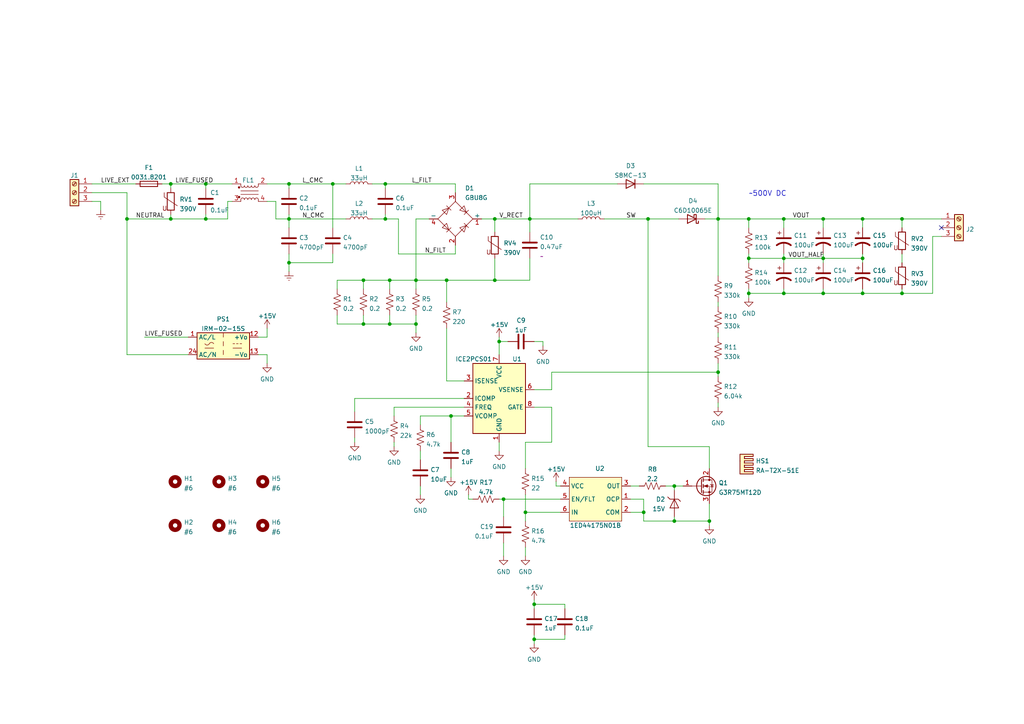
<source format=kicad_sch>
(kicad_sch (version 20211123) (generator eeschema)
  (paper "A4")
  (lib_symbols
    (symbol "Connector:Screw_Terminal_01x03" (pin_names (offset 1.016) hide)
      (property "Reference" "J" (at 0 5.08 0))
      (property "Value" "Screw_Terminal_01x03" (at 0 -5.08 0))
      (symbol "Screw_Terminal_01x03_1_1"
        (rectangle (start -1.27 3.81) (end 1.27 -3.81) (stroke (width 0.254)) (fill (type background)))
        (circle (center 0 -2.54) (radius 0.635) (stroke (width 0.1524)))
        (polyline (pts (xy -0.5334 -2.2098) (xy 0.3302 -3.048)) (stroke (width 0.1524)))
        (polyline (pts (xy -0.5334 0.3302) (xy 0.3302 -0.508)) (stroke (width 0.1524)))
        (polyline (pts (xy -0.5334 2.8702) (xy 0.3302 2.032)) (stroke (width 0.1524)))
        (polyline (pts (xy -0.3556 -2.032) (xy 0.508 -2.8702)) (stroke (width 0.1524)))
        (polyline (pts (xy -0.3556 0.508) (xy 0.508 -0.3302)) (stroke (width 0.1524)))
        (polyline (pts (xy -0.3556 3.048) (xy 0.508 2.2098)) (stroke (width 0.1524)))
        (circle (center 0 0) (radius 0.635) (stroke (width 0.1524)))
        (circle (center 0 2.54) (radius 0.635) (stroke (width 0.1524)))
        (pin passive line (at -5.08 2.54 0) (length 3.81) (name "Pin_1") (number "1"))
        (pin passive line (at -5.08 0 0) (length 3.81) (name "Pin_2") (number "2"))
        (pin passive line (at -5.08 -2.54 0) (length 3.81) (name "Pin_3") (number "3"))
      )
    )
    (symbol "Converter_ACDC:IRM-02-15S"
      (property "Reference" "PS" (at 0 5.08 0))
      (property "Value" "IRM-02-15S" (at 0 -5.08 0))
      (symbol "IRM-02-15S_1_1"
        (rectangle (start -7.62 3.81) (end 7.62 -3.81) (stroke (width 0.254)) (fill (type background)))
        (arc (start -5.334 0.635) (mid -4.699 0.2495) (end -4.064 0.635))
        (arc (start -2.794 0.635) (mid -3.429 1.0072) (end -4.064 0.635))
        (polyline (pts (xy -5.334 -0.635) (xy -2.794 -0.635)))
        (polyline (pts (xy 0 -1.27) (xy 0 -2.54)))
        (polyline (pts (xy 0 1.27) (xy 0 0)))
        (polyline (pts (xy 0 3.81) (xy 0 2.54)))
        (polyline (pts (xy 2.794 -0.635) (xy 5.334 -0.635)))
        (polyline (pts (xy 2.794 0.635) (xy 3.302 0.635)))
        (polyline (pts (xy 3.81 0.635) (xy 4.318 0.635)))
        (polyline (pts (xy 4.826 0.635) (xy 5.334 0.635)))
        (pin power_in line (at -10.16 2.54 0) (length 2.54) (name "AC/L") (number "1"))
        (pin power_out line (at 10.16 2.54 180) (length 2.54) (name "+Vo") (number "12"))
        (pin power_out line (at 10.16 -2.54 180) (length 2.54) (name "-Vo") (number "13"))
        (pin power_in line (at -10.16 -2.54 0) (length 2.54) (name "AC/N") (number "24"))
      )
    )
    (symbol "Device:C" (pin_numbers hide) (pin_names (offset 0.254))
      (property "Reference" "C" (at 0.635 2.54 0))
      (property "Value" "C" (at 0.635 -2.54 0))
      (symbol "C_0_1"
        (polyline (pts (xy -2.032 -0.762) (xy 2.032 -0.762)) (stroke (width 0.508)))
        (polyline (pts (xy -2.032 0.762) (xy 2.032 0.762)) (stroke (width 0.508)))
      )
      (symbol "C_1_1"
        (pin passive line (at 0 3.81 270) (length 2.794) (name "~") (number "1"))
        (pin passive line (at 0 -3.81 90) (length 2.794) (name "~") (number "2"))
      )
    )
    (symbol "Device:C_Polarized_US" (pin_numbers hide) (pin_names (offset 0.254) hide)
      (property "Reference" "C" (at 0.635 2.54 0))
      (property "Value" "C_Polarized_US" (at 0.635 -2.54 0))
      (symbol "C_Polarized_US_0_1"
        (polyline (pts (xy -2.032 0.762) (xy 2.032 0.762)) (stroke (width 0.508)))
        (polyline (pts (xy -1.778 2.286) (xy -0.762 2.286)))
        (polyline (pts (xy -1.27 1.778) (xy -1.27 2.794)))
        (arc (start 2.032 -1.27) (mid 0 -0.5572) (end -2.032 -1.27) (stroke (width 0.508)))
      )
      (symbol "C_Polarized_US_1_1"
        (pin passive line (at 0 3.81 270) (length 2.794) (name "~") (number "1"))
        (pin passive line (at 0 -3.81 90) (length 3.302) (name "~") (number "2"))
      )
    )
    (symbol "Device:D" (pin_numbers hide) (pin_names (offset 1.016) hide)
      (property "Reference" "D" (at 0 2.54 0))
      (property "Value" "D" (at 0 -2.54 0))
      (symbol "D_0_1"
        (polyline (pts (xy -1.27 1.27) (xy -1.27 -1.27)) (stroke (width 0.254)))
        (polyline (pts (xy 1.27 0) (xy -1.27 0)))
        (polyline (pts (xy 1.27 1.27) (xy 1.27 -1.27) (xy -1.27 0) (xy 1.27 1.27)) (stroke (width 0.254)))
      )
      (symbol "D_1_1"
        (pin passive line (at -3.81 0 0) (length 2.54) (name "K") (number "1"))
        (pin passive line (at 3.81 0 180) (length 2.54) (name "A") (number "2"))
      )
    )
    (symbol "Device:Filter_EMI_CommonMode" (pin_names (offset 0.254) hide)
      (property "Reference" "FL" (at 0 4.445 0))
      (property "Value" "Filter_EMI_CommonMode" (at 0 -4.445 0))
      (symbol "Filter_EMI_CommonMode_0_1"
        (circle (center -3.048 -1.27) (radius 0.254) (fill (type outline)))
        (circle (center -3.048 1.524) (radius 0.254) (fill (type outline)))
        (arc (start -2.54 2.032) (mid -2.032 1.524) (end -1.524 2.032))
        (arc (start -1.524 -2.032) (mid -2.032 -1.524) (end -2.54 -2.032))
        (arc (start -1.524 2.032) (mid -1.016 1.524) (end -0.508 2.032))
        (arc (start -0.508 -2.032) (mid -1.016 -1.524) (end -1.524 -2.032))
        (arc (start -0.508 2.032) (mid 0 1.524) (end 0.508 2.032))
        (polyline (pts (xy -2.54 -2.032) (xy -2.54 -2.54)))
        (polyline (pts (xy -2.54 0.508) (xy 2.54 0.508)))
        (polyline (pts (xy -2.54 2.032) (xy -2.54 2.54)))
        (polyline (pts (xy 2.54 -2.032) (xy 2.54 -2.54)))
        (polyline (pts (xy 2.54 -0.508) (xy -2.54 -0.508)))
        (polyline (pts (xy 2.54 2.54) (xy 2.54 2.032)))
        (arc (start 0.508 -2.032) (mid 0 -1.524) (end -0.508 -2.032))
        (arc (start 0.508 2.032) (mid 1.016 1.524) (end 1.524 2.032))
        (arc (start 1.524 -2.032) (mid 1.016 -1.524) (end 0.508 -2.032))
        (arc (start 1.524 2.032) (mid 2.032 1.524) (end 2.54 2.032))
        (arc (start 2.54 -2.032) (mid 2.032 -1.524) (end 1.524 -2.032))
      )
      (symbol "Filter_EMI_CommonMode_1_1"
        (pin passive line (at -5.08 2.54 0) (length 2.54) (name "1") (number "1"))
        (pin passive line (at 5.08 2.54 180) (length 2.54) (name "2") (number "2"))
        (pin passive line (at -5.08 -2.54 0) (length 2.54) (name "3") (number "3"))
        (pin passive line (at 5.08 -2.54 180) (length 2.54) (name "4") (number "4"))
      )
    )
    (symbol "Device:Fuse" (pin_numbers hide) (pin_names (offset 0))
      (property "Reference" "F" (at 2.032 0 90))
      (property "Value" "Fuse" (at -1.905 0 90))
      (symbol "Fuse_0_1"
        (rectangle (start -0.762 -2.54) (end 0.762 2.54) (stroke (width 0.254)))
        (polyline (pts (xy 0 2.54) (xy 0 -2.54)))
      )
      (symbol "Fuse_1_1"
        (pin passive line (at 0 3.81 270) (length 1.27) (name "~") (number "1"))
        (pin passive line (at 0 -3.81 90) (length 1.27) (name "~") (number "2"))
      )
    )
    (symbol "Device:L" (pin_numbers hide) (pin_names (offset 1.016) hide)
      (property "Reference" "L" (at -1.27 0 90))
      (property "Value" "L" (at 1.905 0 90))
      (symbol "L_0_1"
        (arc (start 0 -2.54) (mid 0.635 -1.905) (end 0 -1.27))
        (arc (start 0 -1.27) (mid 0.635 -0.635) (end 0 0))
        (arc (start 0 0) (mid 0.635 0.635) (end 0 1.27))
        (arc (start 0 1.27) (mid 0.635 1.905) (end 0 2.54))
      )
      (symbol "L_1_1"
        (pin passive line (at 0 3.81 270) (length 1.27) (name "1") (number "1"))
        (pin passive line (at 0 -3.81 90) (length 1.27) (name "2") (number "2"))
      )
    )
    (symbol "Device:Q_NMOS_GDS" (pin_names (offset 0) hide)
      (property "Reference" "Q" (at 5.08 1.27 0))
      (property "Value" "Q_NMOS_GDS" (at 5.08 -1.27 0))
      (symbol "Q_NMOS_GDS_0_1"
        (polyline (pts (xy 0.254 0) (xy -2.54 0)))
        (polyline (pts (xy 0.254 1.905) (xy 0.254 -1.905)) (stroke (width 0.254)))
        (polyline (pts (xy 0.762 -1.27) (xy 0.762 -2.286)) (stroke (width 0.254)))
        (polyline (pts (xy 0.762 0.508) (xy 0.762 -0.508)) (stroke (width 0.254)))
        (polyline (pts (xy 0.762 2.286) (xy 0.762 1.27)) (stroke (width 0.254)))
        (polyline (pts (xy 2.54 2.54) (xy 2.54 1.778)))
        (polyline (pts (xy 2.54 -2.54) (xy 2.54 0) (xy 0.762 0)))
        (polyline (pts (xy 0.762 -1.778) (xy 3.302 -1.778) (xy 3.302 1.778) (xy 0.762 1.778)))
        (polyline (pts (xy 1.016 0) (xy 2.032 0.381) (xy 2.032 -0.381) (xy 1.016 0)) (fill (type outline)))
        (polyline (pts (xy 2.794 0.508) (xy 2.921 0.381) (xy 3.683 0.381) (xy 3.81 0.254)))
        (polyline (pts (xy 3.302 0.381) (xy 2.921 -0.254) (xy 3.683 -0.254) (xy 3.302 0.381)))
        (circle (center 1.651 0) (radius 2.794) (stroke (width 0.254)))
        (circle (center 2.54 -1.778) (radius 0.254) (fill (type outline)))
        (circle (center 2.54 1.778) (radius 0.254) (fill (type outline)))
      )
      (symbol "Q_NMOS_GDS_1_1"
        (pin input line (at -5.08 0 0) (length 2.54) (name "G") (number "1"))
        (pin passive line (at 2.54 5.08 270) (length 2.54) (name "D") (number "2"))
        (pin passive line (at 2.54 -5.08 90) (length 2.54) (name "S") (number "3"))
      )
    )
    (symbol "Device:R_US" (pin_numbers hide) (pin_names (offset 0))
      (property "Reference" "R" (at 2.54 0 90))
      (property "Value" "R_US" (at -2.54 0 90))
      (symbol "R_US_0_1"
        (polyline (pts (xy 0 -2.286) (xy 0 -2.54)))
        (polyline (pts (xy 0 2.286) (xy 0 2.54)))
        (polyline (pts (xy 0 -0.762) (xy 1.016 -1.143) (xy 0 -1.524) (xy -1.016 -1.905) (xy 0 -2.286)))
        (polyline (pts (xy 0 0.762) (xy 1.016 0.381) (xy 0 0) (xy -1.016 -0.381) (xy 0 -0.762)))
        (polyline (pts (xy 0 2.286) (xy 1.016 1.905) (xy 0 1.524) (xy -1.016 1.143) (xy 0 0.762)))
      )
      (symbol "R_US_1_1"
        (pin passive line (at 0 3.81 270) (length 1.27) (name "~") (number "1"))
        (pin passive line (at 0 -3.81 90) (length 1.27) (name "~") (number "2"))
      )
    )
    (symbol "Device:Varistor" (pin_numbers hide) (pin_names (offset 0))
      (property "Reference" "RV" (at 3.175 0 90))
      (property "Value" "Varistor" (at -3.175 0 90))
      (symbol "Varistor_0_0"
        (text "U" (at -1.778 -2.032 0) (effects (font (size 1.27 1.27))))
      )
      (symbol "Varistor_0_1"
        (rectangle (start -1.016 -2.54) (end 1.016 2.54) (stroke (width 0.254)))
        (polyline (pts (xy -1.905 2.54) (xy -1.905 1.27) (xy 1.905 -1.27)))
      )
      (symbol "Varistor_1_1"
        (pin passive line (at 0 3.81 270) (length 1.27) (name "~") (number "1"))
        (pin passive line (at 0 -3.81 90) (length 1.27) (name "~") (number "2"))
      )
    )
    (symbol "Diode:C3D08065E" (pin_numbers hide) (pin_names (offset 1.016) hide)
      (property "Reference" "D" (at 0 2.54 0))
      (property "Value" "C3D08065E" (at 0 -2.54 0))
      (symbol "C3D08065E_0_1"
        (polyline (pts (xy 1.27 0) (xy -1.27 0)))
        (polyline (pts (xy 1.27 1.27) (xy 1.27 -1.27) (xy -1.27 0) (xy 1.27 1.27)) (stroke (width 0.254)))
        (polyline (pts (xy -1.905 0.635) (xy -1.905 1.27) (xy -1.27 1.27) (xy -1.27 -1.27) (xy -0.635 -1.27) (xy -0.635 -0.635)) (stroke (width 0.254)))
      )
      (symbol "C3D08065E_1_1"
        (pin passive line (at -3.81 0 0) (length 2.54) (name "K") (number "1"))
        (pin passive line (at 3.81 0 180) (length 2.54) (name "A") (number "2"))
      )
    )
    (symbol "Diode_Bridge:GBU8G" (pin_names (offset 0))
      (property "Reference" "D" (at 2.54 6.985 0))
      (property "Value" "GBU8G" (at 2.54 5.08 0))
      (symbol "GBU8G_0_1"
        (polyline (pts (xy -2.54 3.81) (xy -1.27 2.54)))
        (polyline (pts (xy -1.27 -2.54) (xy -2.54 -3.81)))
        (polyline (pts (xy 2.54 -1.27) (xy 3.81 -2.54)))
        (polyline (pts (xy 2.54 1.27) (xy 3.81 2.54)))
        (polyline (pts (xy -3.81 2.54) (xy -2.54 1.27) (xy -1.905 3.175) (xy -3.81 2.54)))
        (polyline (pts (xy -2.54 -1.27) (xy -3.81 -2.54) (xy -1.905 -3.175) (xy -2.54 -1.27)))
        (polyline (pts (xy 1.27 2.54) (xy 2.54 3.81) (xy 3.175 1.905) (xy 1.27 2.54)))
        (polyline (pts (xy 3.175 -1.905) (xy 1.27 -2.54) (xy 2.54 -3.81) (xy 3.175 -1.905)))
        (polyline (pts (xy -5.08 0) (xy 0 -5.08) (xy 5.08 0) (xy 0 5.08) (xy -5.08 0)))
      )
      (symbol "GBU8G_1_1"
        (pin passive line (at 7.62 0 180) (length 2.54) (name "+") (number "1"))
        (pin passive line (at 0 -7.62 90) (length 2.54) (name "~") (number "2"))
        (pin passive line (at 0 7.62 270) (length 2.54) (name "~") (number "3"))
        (pin passive line (at -7.62 0 0) (length 2.54) (name "-") (number "4"))
      )
    )
    (symbol "Infineon:1ED44175N01B"
      (property "Reference" "U" (at 3.81 2.54 0))
      (property "Value" "1ED44175N01B" (at 0 -13.97 0))
      (property "MFG_PN" "1ED44175N01BXTSA1" (at 0 0 0))
      (symbol "1ED44175N01B_0_1"
        (rectangle (start -7.62 0) (end 7.62 -12.7) (stroke (width 0.1524)) (fill (type background)))
      )
      (symbol "1ED44175N01B_1_1"
        (pin input line (at 10.16 -6.35 180) (length 2.54) (name "OCP") (number "1"))
        (pin power_in line (at 10.16 -10.16 180) (length 2.54) (name "COM") (number "2"))
        (pin output line (at 10.16 -2.54 180) (length 2.54) (name "OUT") (number "3"))
        (pin power_in line (at -10.16 -2.54 0) (length 2.54) (name "VCC") (number "4"))
        (pin input line (at -10.16 -6.35 0) (length 2.54) (name "EN/FLT") (number "5"))
        (pin input line (at -10.16 -10.16 0) (length 2.54) (name "IN") (number "6"))
      )
    )
    (symbol "Mechanical:Heatsink" (pin_names (offset 1.016))
      (property "Reference" "HS" (at 0 5.08 0))
      (property "Value" "Heatsink" (at 0 -1.27 0))
      (symbol "Heatsink_0_1"
        (polyline (pts (xy -0.3302 1.27) (xy -0.9652 1.27) (xy -0.9652 3.81) (xy -1.6002 3.81) (xy -1.6002 1.27) (xy -2.2352 1.27) (xy -2.2352 3.81) (xy -2.8702 3.81) (xy -2.8702 0) (xy -0.9652 0)) (stroke (width 0.254)) (fill (type background)))
        (polyline (pts (xy -0.3302 1.27) (xy -0.3302 3.81) (xy 0.3048 3.81) (xy 0.3048 1.27) (xy 0.9398 1.27) (xy 0.9398 3.81) (xy 1.5748 3.81) (xy 1.5748 1.27) (xy 2.2098 1.27) (xy 2.2098 3.81) (xy 2.8448 3.81) (xy 2.8448 0) (xy -0.9652 0)) (stroke (width 0.254)) (fill (type background)))
      )
    )
    (symbol "Mechanical:MountingHole" (pin_names (offset 1.016))
      (property "Reference" "H" (at 0 5.08 0))
      (property "Value" "MountingHole" (at 0 3.175 0))
      (symbol "MountingHole_0_1"
        (circle (center 0 0) (radius 1.27) (stroke (width 1.27)))
      )
    )
    (symbol "Regulator_Controller:ICE2PCS01"
      (property "Reference" "U" (at -7.62 11.43 0))
      (property "Value" "ICE2PCS01" (at 1.27 11.43 0))
      (symbol "ICE2PCS01_0_0"
        (rectangle (start -7.62 10.16) (end 7.62 -10.16) (stroke (width 0.254)) (fill (type background)))
      )
      (symbol "ICE2PCS01_1_1"
        (pin power_in line (at 0 -12.7 90) (length 2.54) (name "GND") (number "1"))
        (pin passive line (at -10.16 0 0) (length 2.54) (name "ICOMP") (number "2"))
        (pin input line (at -10.16 5.08 0) (length 2.54) (name "ISENSE") (number "3"))
        (pin passive line (at -10.16 -2.54 0) (length 2.54) (name "FREQ") (number "4"))
        (pin passive line (at -10.16 -5.08 0) (length 2.54) (name "VCOMP") (number "5"))
        (pin input line (at 10.16 2.54 180) (length 2.54) (name "VSENSE") (number "6"))
        (pin power_in line (at 0 12.7 270) (length 2.54) (name "VCC") (number "7"))
        (pin output line (at 10.16 -2.54 180) (length 2.54) (name "GATE") (number "8"))
      )
    )
    (symbol "Repowered_Devices:D_Zener_Standard" (pin_numbers hide) (pin_names (offset 1.016) hide)
      (property "Reference" "D" (at 0 2.54 0))
      (property "Value" "D_Zener_Standard" (at 0 -2.54 0))
      (symbol "D_Zener_Standard_0_1"
        (polyline (pts (xy -1.905 -1.905) (xy -1.27 -1.27)) (stroke (width 0.2032)))
        (polyline (pts (xy 1.27 0) (xy -1.27 0)))
        (polyline (pts (xy -1.27 -1.27) (xy -1.27 1.143) (xy -0.635 1.778)) (stroke (width 0.2032)))
        (polyline (pts (xy 1.27 -1.27) (xy 1.27 1.27) (xy -1.27 0) (xy 1.27 -1.27)) (stroke (width 0.2032)))
      )
      (symbol "D_Zener_Standard_1_1"
        (pin passive line (at -3.81 0 0) (length 2.54) (name "K") (number "1"))
        (pin passive line (at 3.81 0 180) (length 2.54) (name "A") (number "2"))
      )
    )
    (symbol "power:+15V" (power) (pin_names (offset 0))
      (property "Value" "+15V" (at 0 3.556 0))
      (symbol "+15V_0_1"
        (polyline (pts (xy -0.762 1.27) (xy 0 2.54)))
        (polyline (pts (xy 0 0) (xy 0 2.54)))
        (polyline (pts (xy 0 2.54) (xy 0.762 1.27)))
      )
      (symbol "+15V_1_1"
        (pin power_in line (at 0 0 90) (length 0) hide (name "+15V") (number "1"))
      )
    )
    (symbol "power:Earth" (power) (pin_names (offset 0))
      (symbol "Earth_0_1"
        (polyline (pts (xy -0.635 -1.905) (xy 0.635 -1.905)))
        (polyline (pts (xy -0.127 -2.54) (xy 0.127 -2.54)))
        (polyline (pts (xy 0 -1.27) (xy 0 0)))
        (polyline (pts (xy 1.27 -1.27) (xy -1.27 -1.27)))
      )
      (symbol "Earth_1_1"
        (pin power_in line (at 0 0 270) (length 0) hide (name "Earth") (number "1"))
      )
    )
    (symbol "power:GND" (power) (pin_names (offset 0))
      (property "Value" "GND" (at 0 -3.81 0))
      (symbol "GND_0_1"
        (polyline (pts (xy 0 0) (xy 0 -1.27) (xy 1.27 -1.27) (xy 0 -2.54) (xy -1.27 -1.27) (xy 0 -1.27)))
      )
      (symbol "GND_1_1"
        (pin power_in line (at 0 0 270) (length 0) hide (name "GND") (number "1"))
      )
    )
  )
  (junction (at 83.82 63.5))
  (junction (at 208.28 63.5))
  (junction (at 105.41 93.98))
  (junction (at 261.62 63.5))
  (junction (at 227.33 74.93))
  (junction (at 83.82 76.2))
  (junction (at 36.83 63.5))
  (junction (at 49.53 63.5))
  (junction (at 217.17 63.5))
  (junction (at 130.81 120.65))
  (junction (at 143.51 63.5))
  (junction (at 105.41 81.28))
  (junction (at 59.69 63.5))
  (junction (at 154.94 175.26))
  (junction (at 59.69 53.34))
  (junction (at 195.58 140.97))
  (junction (at 120.65 93.98))
  (junction (at 120.65 81.28))
  (junction (at 96.52 53.34))
  (junction (at 227.33 85.09))
  (junction (at 144.78 99.06))
  (junction (at 113.03 93.98))
  (junction (at 238.76 63.5))
  (junction (at 153.67 63.5))
  (junction (at 250.19 74.93))
  (junction (at 238.76 85.09))
  (junction (at 154.94 185.42))
  (junction (at 217.17 85.09))
  (junction (at 49.53 53.34))
  (junction (at 238.76 74.93))
  (junction (at 250.19 63.5))
  (junction (at 205.74 151.13))
  (junction (at 227.33 63.5))
  (junction (at 261.62 85.09))
  (junction (at 113.03 81.28))
  (junction (at 143.51 81.28))
  (junction (at 195.58 151.13))
  (junction (at 250.19 85.09))
  (junction (at 146.05 144.78))
  (junction (at 129.54 81.28))
  (junction (at 208.28 107.95))
  (junction (at 217.17 74.93))
  (junction (at 111.76 63.5))
  (junction (at 111.76 53.34))
  (junction (at 186.69 148.59))
  (junction (at 187.96 63.5))
  (junction (at 83.82 53.34))
  (junction (at 152.4 148.59))
  (no_connect (at 273.05 66.04))
  (wire (pts (xy 97.79 81.28) (xy 105.41 81.28)))
  (wire (pts (xy 144.78 97.79) (xy 144.78 99.06)))
  (wire (pts (xy 135.89 144.78) (xy 135.89 143.51)))
  (wire (pts (xy 115.57 63.5) (xy 111.76 63.5)))
  (wire (pts (xy 97.79 83.82) (xy 97.79 81.28)))
  (wire (pts (xy 130.81 120.65) (xy 130.81 128.27)))
  (wire (pts (xy 26.67 53.34) (xy 39.37 53.34)))
  (wire (pts (xy 153.67 63.5) (xy 167.64 63.5)))
  (wire (pts (xy 83.82 53.34) (xy 96.52 53.34)))
  (wire (pts (xy 250.19 83.82) (xy 250.19 85.09)))
  (wire (pts (xy 187.96 63.5) (xy 196.85 63.5)))
  (wire (pts (xy 139.7 63.5) (xy 143.51 63.5)))
  (wire (pts (xy 134.62 115.57) (xy 102.87 115.57)))
  (wire (pts (xy 179.07 53.34) (xy 153.67 53.34)))
  (wire (pts (xy 97.79 93.98) (xy 105.41 93.98)))
  (wire (pts (xy 153.67 74.93) (xy 153.67 81.28)))
  (wire (pts (xy 49.53 53.34) (xy 49.53 54.61)))
  (wire (pts (xy 96.52 53.34) (xy 100.33 53.34)))
  (wire (pts (xy 250.19 66.04) (xy 250.19 63.5)))
  (wire (pts (xy 120.65 83.82) (xy 120.65 81.28)))
  (wire (pts (xy 250.19 73.66) (xy 250.19 74.93)))
  (wire (pts (xy 135.89 144.78) (xy 137.16 144.78)))
  (wire (pts (xy 187.96 63.5) (xy 187.96 129.54)))
  (wire (pts (xy 261.62 73.66) (xy 261.62 76.2)))
  (wire (pts (xy 129.54 87.63) (xy 129.54 81.28)))
  (wire (pts (xy 153.67 81.28) (xy 143.51 81.28)))
  (wire (pts (xy 143.51 81.28) (xy 129.54 81.28)))
  (wire (pts (xy 187.96 129.54) (xy 205.74 129.54)))
  (wire (pts (xy 154.94 185.42) (xy 154.94 184.15)))
  (wire (pts (xy 238.76 74.93) (xy 238.76 76.2)))
  (wire (pts (xy 182.88 148.59) (xy 186.69 148.59)))
  (wire (pts (xy 261.62 63.5) (xy 250.19 63.5)))
  (wire (pts (xy 77.47 53.34) (xy 83.82 53.34)))
  (wire (pts (xy 175.26 63.5) (xy 187.96 63.5)))
  (wire (pts (xy 238.76 66.04) (xy 238.76 63.5)))
  (wire (pts (xy 261.62 83.82) (xy 261.62 85.09)))
  (wire (pts (xy 105.41 91.44) (xy 105.41 93.98)))
  (wire (pts (xy 83.82 76.2) (xy 83.82 78.74)))
  (wire (pts (xy 154.94 99.06) (xy 157.48 99.06)))
  (wire (pts (xy 83.82 76.2) (xy 96.52 76.2)))
  (wire (pts (xy 83.82 73.66) (xy 83.82 76.2)))
  (wire (pts (xy 77.47 58.42) (xy 80.01 58.42)))
  (wire (pts (xy 208.28 63.5) (xy 208.28 80.01)))
  (wire (pts (xy 49.53 62.23) (xy 49.53 63.5)))
  (wire (pts (xy 208.28 105.41) (xy 208.28 107.95)))
  (wire (pts (xy 227.33 74.93) (xy 217.17 74.93)))
  (wire (pts (xy 186.69 144.78) (xy 186.69 148.59)))
  (wire (pts (xy 195.58 142.24) (xy 195.58 140.97)))
  (wire (pts (xy 261.62 63.5) (xy 261.62 66.04)))
  (wire (pts (xy 143.51 74.93) (xy 143.51 81.28)))
  (wire (pts (xy 182.88 144.78) (xy 186.69 144.78)))
  (wire (pts (xy 208.28 107.95) (xy 208.28 109.22)))
  (wire (pts (xy 160.02 113.03) (xy 160.02 107.95)))
  (wire (pts (xy 208.28 87.63) (xy 208.28 88.9)))
  (wire (pts (xy 238.76 85.09) (xy 227.33 85.09)))
  (wire (pts (xy 77.47 95.25) (xy 77.47 97.79)))
  (wire (pts (xy 83.82 63.5) (xy 100.33 63.5)))
  (wire (pts (xy 144.78 130.81) (xy 144.78 128.27)))
  (wire (pts (xy 217.17 86.36) (xy 217.17 85.09)))
  (wire (pts (xy 144.78 99.06) (xy 147.32 99.06)))
  (wire (pts (xy 144.78 99.06) (xy 144.78 102.87)))
  (wire (pts (xy 130.81 135.89) (xy 130.81 138.43)))
  (wire (pts (xy 129.54 110.49) (xy 129.54 95.25)))
  (wire (pts (xy 113.03 81.28) (xy 113.03 83.82)))
  (wire (pts (xy 59.69 63.5) (xy 66.04 63.5)))
  (wire (pts (xy 114.3 128.27) (xy 114.3 129.54)))
  (wire (pts (xy 80.01 63.5) (xy 83.82 63.5)))
  (wire (pts (xy 143.51 63.5) (xy 153.67 63.5)))
  (wire (pts (xy 102.87 115.57) (xy 102.87 119.38)))
  (wire (pts (xy 217.17 63.5) (xy 217.17 66.04)))
  (wire (pts (xy 227.33 73.66) (xy 227.33 74.93)))
  (wire (pts (xy 36.83 55.88) (xy 36.83 63.5)))
  (wire (pts (xy 205.74 146.05) (xy 205.74 151.13)))
  (wire (pts (xy 97.79 91.44) (xy 97.79 93.98)))
  (wire (pts (xy 261.62 85.09) (xy 250.19 85.09)))
  (wire (pts (xy 111.76 63.5) (xy 107.95 63.5)))
  (wire (pts (xy 120.65 91.44) (xy 120.65 93.98)))
  (wire (pts (xy 163.83 184.15) (xy 163.83 185.42)))
  (wire (pts (xy 134.62 110.49) (xy 129.54 110.49)))
  (wire (pts (xy 154.94 113.03) (xy 160.02 113.03)))
  (wire (pts (xy 29.21 58.42) (xy 29.21 60.96)))
  (wire (pts (xy 152.4 128.27) (xy 160.02 128.27)))
  (wire (pts (xy 157.48 99.06) (xy 157.48 100.33)))
  (wire (pts (xy 152.4 143.51) (xy 152.4 148.59)))
  (wire (pts (xy 130.81 120.65) (xy 121.92 120.65)))
  (wire (pts (xy 250.19 74.93) (xy 250.19 76.2)))
  (wire (pts (xy 217.17 63.5) (xy 208.28 63.5)))
  (wire (pts (xy 217.17 73.66) (xy 217.17 74.93)))
  (wire (pts (xy 182.88 140.97) (xy 185.42 140.97)))
  (wire (pts (xy 36.83 63.5) (xy 49.53 63.5)))
  (wire (pts (xy 66.04 63.5) (xy 66.04 58.42)))
  (wire (pts (xy 132.08 55.88) (xy 132.08 53.34)))
  (wire (pts (xy 113.03 91.44) (xy 113.03 93.98)))
  (wire (pts (xy 154.94 175.26) (xy 154.94 173.99)))
  (wire (pts (xy 152.4 148.59) (xy 162.56 148.59)))
  (wire (pts (xy 154.94 176.53) (xy 154.94 175.26)))
  (wire (pts (xy 163.83 175.26) (xy 154.94 175.26)))
  (wire (pts (xy 186.69 148.59) (xy 186.69 151.13)))
  (wire (pts (xy 238.76 73.66) (xy 238.76 74.93)))
  (wire (pts (xy 238.76 74.93) (xy 250.19 74.93)))
  (wire (pts (xy 205.74 151.13) (xy 205.74 152.4)))
  (wire (pts (xy 161.29 139.7) (xy 161.29 140.97)))
  (wire (pts (xy 161.29 140.97) (xy 162.56 140.97)))
  (wire (pts (xy 66.04 58.42) (xy 67.31 58.42)))
  (wire (pts (xy 160.02 118.11) (xy 154.94 118.11)))
  (wire (pts (xy 144.78 144.78) (xy 146.05 144.78)))
  (wire (pts (xy 121.92 140.97) (xy 121.92 143.51)))
  (wire (pts (xy 146.05 144.78) (xy 146.05 149.86)))
  (wire (pts (xy 217.17 63.5) (xy 227.33 63.5)))
  (wire (pts (xy 134.62 118.11) (xy 114.3 118.11)))
  (wire (pts (xy 227.33 63.5) (xy 238.76 63.5)))
  (wire (pts (xy 153.67 67.31) (xy 153.67 63.5)))
  (wire (pts (xy 74.93 102.87) (xy 77.47 102.87)))
  (wire (pts (xy 227.33 83.82) (xy 227.33 85.09)))
  (wire (pts (xy 186.69 53.34) (xy 208.28 53.34)))
  (wire (pts (xy 208.28 96.52) (xy 208.28 97.79)))
  (wire (pts (xy 195.58 140.97) (xy 198.12 140.97)))
  (wire (pts (xy 59.69 53.34) (xy 59.69 54.61)))
  (wire (pts (xy 105.41 81.28) (xy 113.03 81.28)))
  (wire (pts (xy 114.3 118.11) (xy 114.3 120.65)))
  (wire (pts (xy 132.08 53.34) (xy 111.76 53.34)))
  (wire (pts (xy 195.58 151.13) (xy 205.74 151.13)))
  (wire (pts (xy 146.05 144.78) (xy 162.56 144.78)))
  (wire (pts (xy 74.93 97.79) (xy 77.47 97.79)))
  (wire (pts (xy 152.4 148.59) (xy 152.4 151.13)))
  (wire (pts (xy 227.33 85.09) (xy 217.17 85.09)))
  (wire (pts (xy 132.08 71.12) (xy 132.08 73.66)))
  (wire (pts (xy 250.19 85.09) (xy 238.76 85.09)))
  (wire (pts (xy 83.82 63.5) (xy 83.82 62.23)))
  (wire (pts (xy 80.01 58.42) (xy 80.01 63.5)))
  (wire (pts (xy 270.51 68.58) (xy 270.51 85.09)))
  (wire (pts (xy 121.92 120.65) (xy 121.92 123.19)))
  (wire (pts (xy 227.33 74.93) (xy 227.33 76.2)))
  (wire (pts (xy 111.76 53.34) (xy 107.95 53.34)))
  (wire (pts (xy 152.4 158.75) (xy 152.4 161.29)))
  (wire (pts (xy 217.17 74.93) (xy 217.17 76.2)))
  (wire (pts (xy 129.54 81.28) (xy 120.65 81.28)))
  (wire (pts (xy 49.53 63.5) (xy 59.69 63.5)))
  (wire (pts (xy 146.05 157.48) (xy 146.05 161.29)))
  (wire (pts (xy 96.52 66.04) (xy 96.52 53.34)))
  (wire (pts (xy 102.87 127) (xy 102.87 128.27)))
  (wire (pts (xy 217.17 85.09) (xy 217.17 83.82)))
  (wire (pts (xy 115.57 73.66) (xy 115.57 63.5)))
  (wire (pts (xy 59.69 62.23) (xy 59.69 63.5)))
  (wire (pts (xy 120.65 93.98) (xy 120.65 96.52)))
  (wire (pts (xy 26.67 58.42) (xy 29.21 58.42)))
  (wire (pts (xy 83.82 63.5) (xy 83.82 66.04)))
  (wire (pts (xy 208.28 53.34) (xy 208.28 63.5)))
  (wire (pts (xy 154.94 186.69) (xy 154.94 185.42)))
  (wire (pts (xy 36.83 102.87) (xy 54.61 102.87)))
  (wire (pts (xy 111.76 54.61) (xy 111.76 53.34)))
  (wire (pts (xy 195.58 151.13) (xy 195.58 149.86)))
  (wire (pts (xy 153.67 53.34) (xy 153.67 63.5)))
  (wire (pts (xy 208.28 63.5) (xy 204.47 63.5)))
  (wire (pts (xy 49.53 53.34) (xy 59.69 53.34)))
  (wire (pts (xy 261.62 85.09) (xy 270.51 85.09)))
  (wire (pts (xy 227.33 74.93) (xy 238.76 74.93)))
  (wire (pts (xy 113.03 93.98) (xy 120.65 93.98)))
  (wire (pts (xy 26.67 55.88) (xy 36.83 55.88)))
  (wire (pts (xy 193.04 140.97) (xy 195.58 140.97)))
  (wire (pts (xy 105.41 81.28) (xy 105.41 83.82)))
  (wire (pts (xy 120.65 81.28) (xy 120.65 63.5)))
  (wire (pts (xy 41.91 97.79) (xy 54.61 97.79)))
  (wire (pts (xy 134.62 120.65) (xy 130.81 120.65)))
  (wire (pts (xy 36.83 63.5) (xy 36.83 102.87)))
  (wire (pts (xy 273.05 68.58) (xy 270.51 68.58)))
  (wire (pts (xy 111.76 62.23) (xy 111.76 63.5)))
  (wire (pts (xy 208.28 107.95) (xy 160.02 107.95)))
  (wire (pts (xy 46.99 53.34) (xy 49.53 53.34)))
  (wire (pts (xy 132.08 73.66) (xy 115.57 73.66)))
  (wire (pts (xy 152.4 128.27) (xy 152.4 135.89)))
  (wire (pts (xy 121.92 130.81) (xy 121.92 133.35)))
  (wire (pts (xy 261.62 63.5) (xy 273.05 63.5)))
  (wire (pts (xy 186.69 151.13) (xy 195.58 151.13)))
  (wire (pts (xy 238.76 83.82) (xy 238.76 85.09)))
  (wire (pts (xy 83.82 53.34) (xy 83.82 54.61)))
  (wire (pts (xy 208.28 116.84) (xy 208.28 118.11)))
  (wire (pts (xy 59.69 53.34) (xy 67.31 53.34)))
  (wire (pts (xy 163.83 176.53) (xy 163.83 175.26)))
  (wire (pts (xy 120.65 63.5) (xy 124.46 63.5)))
  (wire (pts (xy 205.74 129.54) (xy 205.74 135.89)))
  (wire (pts (xy 113.03 81.28) (xy 120.65 81.28)))
  (wire (pts (xy 227.33 63.5) (xy 227.33 66.04)))
  (wire (pts (xy 250.19 63.5) (xy 238.76 63.5)))
  (wire (pts (xy 143.51 63.5) (xy 143.51 67.31)))
  (wire (pts (xy 77.47 102.87) (xy 77.47 105.41)))
  (wire (pts (xy 163.83 185.42) (xy 154.94 185.42)))
  (wire (pts (xy 96.52 76.2) (xy 96.52 73.66)))
  (wire (pts (xy 160.02 128.27) (xy 160.02 118.11)))
  (wire (pts (xy 105.41 93.98) (xy 113.03 93.98)))
  (text "~500V DC" (at 217.17 57.15 0) (effects (font (size 1.5 1.5)) (justify left bottom)))
  (label "LIVE_EXT" (at 29.21 53.34 0))
  (label "NEUTRAL" (at 39.37 63.5 0))
  (label "N_FILT" (at 123.19 73.66 0))
  (label "N_CMC" (at 87.63 63.5 0))
  (label "SW" (at 181.61 63.5 0))
  (label "L_CMC" (at 87.63 53.34 0))
  (label "LIVE_FUSED" (at 41.91 97.79 0))
  (label "VOUT" (at 229.87 63.5 0))
  (label "L_FILT" (at 119.38 53.34 0))
  (label "LIVE_FUSED" (at 50.8 53.34 0))
  (label "VOUT_HALF" (at 228.6 74.93 0))
  (label "V_RECT" (at 144.78 63.5 0))
  (symbol (lib_id "power:GND") (at 217.17 86.36 0) (unit 1)
    (property "Reference" "#PWR015" (effects hide))
    (property "Value" "GND" (at 217.17 90.9225 0))
  )
  (symbol (lib_id "Device:R_US") (at 97.79 87.63 180) (unit 1)
    (property "Reference" "R1" (at 99.441 86.7215 0) (effects (justify right)))
    (property "Value" "0.2" (at 99.441 89.4966 0) (effects (justify right)))
    (property "Footprint" "Repowered_Resistors_SMD:R_2512_6332Metric_High_Power" (effects hide))
    (property "MFG_PN" "TLRP3A30CR200FTE" (effects hide))
  )
  (symbol (lib_id "Device:C") (at 163.83 180.34 0) (unit 1)
    (property "Reference" "C18" (at 166.751 179.4315 0) (effects (justify left)))
    (property "Value" "0.1uF" (at 166.751 182.2066 0) (effects (justify left)))
    (property "Footprint" "Capacitor_SMD:C_0603_1608Metric" (effects hide))
  )
  (symbol (lib_id "Mechanical:MountingHole") (at 76.2 152.4 0) (unit 1)
    (property "Reference" "H6" (at 78.74 151.4915 0) (effects (justify left)))
    (property "Value" "#6" (at 78.74 154.2666 0) (effects (justify left)))
    (property "Footprint" "MountingHole:MountingHole_3.7mm_Pad" (effects hide))
  )
  (symbol (lib_id "Connector:Screw_Terminal_01x03") (at 21.59 55.88 0) (mirror y) (unit 1)
    (property "Reference" "J1" (at 21.59 50.8785 0))
    (property "Value" "1766246" (effects hide))
    (property "Footprint" "Connector_Phoenix_GMSTB:PhoenixContact_GMSTBA_2,5_3-G-7,62_1x03_P7.62mm_Horizontal" (effects hide))
    (property "MFG_PN" "1766246" (effects hide))
  )
  (symbol (lib_id "Device:R_US") (at 120.65 87.63 180) (unit 1)
    (property "Reference" "R5" (at 122.301 86.7215 0) (effects (justify right)))
    (property "Value" "0.2" (at 122.301 89.4966 0) (effects (justify right)))
    (property "Footprint" "Repowered_Resistors_SMD:R_2512_6332Metric_High_Power" (effects hide))
    (property "MFG_PN" "TLRP3A30CR200FTE" (effects hide))
  )
  (symbol (lib_id "power:+15V") (at 77.47 95.25 0) (unit 1)
    (property "Reference" "#PWR02" (effects hide))
    (property "Value" "+15V" (at 77.47 91.6455 0))
  )
  (symbol (lib_id "Device:C_Polarized_US") (at 227.33 69.85 0) (unit 1)
    (property "Reference" "C11" (at 230.251 68.3065 0) (effects (justify left)))
    (property "Value" "100uF" (at 230.251 71.0816 0) (effects (justify left)))
    (property "Footprint" "Capacitor_THT:CP_Radial_D18.0mm_P7.50mm" (effects hide))
    (property "MFG_PN" "450BXW100MEFR18X30" (effects hide))
  )
  (symbol (lib_id "power:GND") (at 154.94 186.69 0) (unit 1)
    (property "Reference" "#PWR018" (effects hide))
    (property "Value" "GND" (at 154.94 191.2525 0))
  )
  (symbol (lib_id "Converter_ACDC:IRM-02-15S") (at 64.77 100.33 0) (unit 1)
    (property "Reference" "PS1" (at 64.77 92.5535 0))
    (property "Value" "IRM-02-15S" (at 64.77 95.3286 0))
    (property "Footprint" "Converter_ACDC:Converter_ACDC_MeanWell_IRM-02-xx_SMD" (effects hide))
    (property "Datasheet" "https://www.meanwell.com/Upload/PDF/IRM-02/IRM-02-SPEC.PDF" (effects hide))
  )
  (symbol (lib_id "Device:C") (at 111.76 58.42 0) (unit 1)
    (property "Reference" "C6" (at 114.681 57.5115 0) (effects (justify left)))
    (property "Value" "0.1uF" (at 114.681 60.2866 0) (effects (justify left)))
    (property "Footprint" "Capacitor_THT:C_Rect_L18.0mm_W6.0mm_P15.00mm_FKS3_FKP3" (effects hide))
    (property "MFG_PN" "PHE840MB6100MB05R17" (effects hide))
  )
  (symbol (lib_id "Device:C") (at 96.52 69.85 0) (unit 1)
    (property "Reference" "C4" (at 99.441 68.9415 0) (effects (justify left)))
    (property "Value" "4700pF" (at 99.441 71.7166 0) (effects (justify left)))
    (property "Footprint" "Capacitor_THT:C_Rect_L13.0mm_W4.0mm_P10.00mm_FKS3_FKP3_MKS4" (effects hide))
    (property "MFG_PN" "R75PF1470AA01J" (effects hide))
  )
  (symbol (lib_id "Device:C") (at 153.67 71.12 0) (unit 1)
    (property "Reference" "C10" (at 156.591 68.8239 0) (effects (justify left)))
    (property "Value" "0.47uF" (at 156.591 71.599 0) (effects (justify left)))
    (property "Footprint" "Capacitor_THT:C_Rect_L18.0mm_W9.0mm_P15.00mm_FKS3_FKP3" (effects hide))
    (property "Datasheet" "~" (at 156.591 74.3741 0) (effects (justify left)))
    (property "MFG_PN" "B32922C3474K189" (effects hide))
  )
  (symbol (lib_id "Device:R_US") (at 113.03 87.63 180) (unit 1)
    (property "Reference" "R3" (at 114.681 86.7215 0) (effects (justify right)))
    (property "Value" "0.2" (at 114.681 89.4966 0) (effects (justify right)))
    (property "Footprint" "Repowered_Resistors_SMD:R_2512_6332Metric_High_Power" (effects hide))
    (property "MFG_PN" "TLRP3A30CR200FTE" (effects hide))
  )
  (symbol (lib_id "power:GND") (at 130.81 138.43 0) (unit 1)
    (property "Reference" "#PWR09" (effects hide))
    (property "Value" "GND" (at 130.81 142.9925 0))
  )
  (symbol (lib_id "Device:R_US") (at 152.4 154.94 180) (unit 1)
    (property "Reference" "R16" (at 154.051 154.0315 0) (effects (justify right)))
    (property "Value" "4.7k" (at 154.051 156.8066 0) (effects (justify right)))
    (property "Footprint" "Resistor_SMD:R_0805_2012Metric" (effects hide))
  )
  (symbol (lib_id "power:GND") (at 146.05 161.29 0) (unit 1)
    (property "Reference" "#PWR021" (effects hide))
    (property "Value" "GND" (at 146.05 165.8525 0))
  )
  (symbol (lib_id "Device:L") (at 171.45 63.5 90) (unit 1)
    (property "Reference" "L3" (at 171.45 59.0255 90))
    (property "Value" "100uH" (at 171.45 61.8006 90))
    (property "Footprint" "Repowered_Inductors_THT:L_Bourns_1140-101K-RC" (effects hide))
    (property "MFG_PN" "1140-101K-RC" (effects hide))
  )
  (symbol (lib_id "Device:C_Polarized_US") (at 227.33 80.01 0) (unit 1)
    (property "Reference" "C12" (at 230.251 78.4665 0) (effects (justify left)))
    (property "Value" "100uF" (at 230.251 81.2416 0) (effects (justify left)))
    (property "Footprint" "Capacitor_THT:CP_Radial_D18.0mm_P7.50mm" (effects hide))
    (property "MFG_PN" "450BXW100MEFR18X30" (effects hide))
  )
  (symbol (lib_id "Device:Varistor") (at 261.62 80.01 0) (unit 1)
    (property "Reference" "RV3" (at 264.16 79.4143 0) (effects (justify left)))
    (property "Value" "390V" (at 264.16 82.1894 0) (effects (justify left)))
    (property "Footprint" "Varistor:RV_Disc_D15.5mm_W4.9mm_P7.5mm" (effects hide))
    (property "MFG_PN" "MOV-14D391K" (effects hide))
  )
  (symbol (lib_id "Diode:C3D08065E") (at 200.66 63.5 180) (unit 1)
    (property "Reference" "D4" (at 200.9775 58.2635 0))
    (property "Value" "C6D10065E" (at 200.9775 61.0386 0))
    (property "Footprint" "Repowered_TO-SOT-SMD:TO-252-2_TabPin1_HV" (effects hide))
    (property "Datasheet" "https://www.wolfspeed.com/media/downloads/839/C3D08065E.pdf" (effects hide))
    (property "MFG_PN" "C6D10065E" (effects hide))
  )
  (symbol (lib_id "Device:R_US") (at 189.23 140.97 270) (unit 1)
    (property "Reference" "R8" (at 189.23 136.1145 90))
    (property "Value" "2.2" (at 189.23 138.8896 90))
    (property "Footprint" "Resistor_SMD:R_0805_2012Metric" (effects hide))
  )
  (symbol (lib_id "Device:C") (at 121.92 137.16 180) (unit 1)
    (property "Reference" "C7" (at 124.841 136.2515 0) (effects (justify right)))
    (property "Value" "10uF" (at 124.841 139.0266 0) (effects (justify right)))
    (property "Footprint" "Capacitor_SMD:C_1206_3216Metric" (effects hide))
  )
  (symbol (lib_id "Device:C") (at 59.69 58.42 0) (unit 1)
    (property "Reference" "C1" (at 60.96 55.88 0) (effects (justify left)))
    (property "Value" "0.1uF" (at 60.96 60.96 0) (effects (justify left)))
    (property "Footprint" "Capacitor_THT:C_Rect_L18.0mm_W6.0mm_P15.00mm_FKS3_FKP3" (effects hide))
    (property "MFG_PN" "PHE840MB6100MB05R17" (effects hide))
  )
  (symbol (lib_id "power:GND") (at 102.87 128.27 0) (unit 1)
    (property "Reference" "#PWR05" (effects hide))
    (property "Value" "GND" (at 102.87 132.8325 0))
  )
  (symbol (lib_id "Mechanical:MountingHole") (at 76.2 139.7 0) (unit 1)
    (property "Reference" "H5" (at 78.74 138.7915 0) (effects (justify left)))
    (property "Value" "#6" (at 78.74 141.5666 0) (effects (justify left)))
    (property "Footprint" "MountingHole:MountingHole_3.7mm_Pad" (effects hide))
  )
  (symbol (lib_id "power:+15V") (at 144.78 97.79 0) (unit 1)
    (property "Reference" "#PWR011" (effects hide))
    (property "Value" "+15V" (at 144.78 94.1855 0))
  )
  (symbol (lib_id "Regulator_Controller:ICE2PCS01") (at 144.78 115.57 0) (unit 1)
    (property "Reference" "U1" (at 148.59 104.14 0) (effects (justify left)))
    (property "Value" "ICE2PCS01" (at 132.08 104.14 0) (effects (justify left)))
    (property "Footprint" "Package_SO:SOIC-8_3.9x4.9mm_P1.27mm" (effects hide))
    (property "Datasheet" "https://www.infineon.com/dgdl/Infineon-ICE2PCS01-DS-v02_03-en.pdf?fileId=db3a304412b407950112b427caa43ccf" (effects hide))
  )
  (symbol (lib_id "power:+15V") (at 135.89 143.51 0) (unit 1)
    (property "Reference" "#PWR020" (effects hide))
    (property "Value" "+15V" (at 135.89 139.9055 0))
  )
  (symbol (lib_id "Device:R_US") (at 208.28 101.6 180) (unit 1)
    (property "Reference" "R11" (at 209.931 100.6915 0) (effects (justify right)))
    (property "Value" "330k" (at 209.931 103.4666 0) (effects (justify right)))
    (property "Footprint" "Resistor_SMD:R_1206_3216Metric" (effects hide))
  )
  (symbol (lib_id "Repowered_Devices:D_Zener_Standard") (at 195.58 146.05 270) (unit 1)
    (property "Reference" "D2" (at 192.9384 144.824 90) (effects (justify right)))
    (property "Value" "15V" (at 192.9384 147.5991 90) (effects (justify right)))
    (property "Footprint" "Diode_SMD:D_SOD-123" (effects hide))
  )
  (symbol (lib_id "Mechanical:MountingHole") (at 63.5 139.7 0) (unit 1)
    (property "Reference" "H3" (at 66.04 138.7915 0) (effects (justify left)))
    (property "Value" "#6" (at 66.04 141.5666 0) (effects (justify left)))
    (property "Footprint" "MountingHole:MountingHole_3.7mm_Pad" (effects hide))
  )
  (symbol (lib_id "power:GND") (at 77.47 105.41 0) (unit 1)
    (property "Reference" "#PWR03" (effects hide))
    (property "Value" "GND" (at 77.47 109.9725 0))
  )
  (symbol (lib_id "Device:L") (at 104.14 53.34 90) (unit 1)
    (property "Reference" "L1" (at 104.14 48.8655 90))
    (property "Value" "33uH" (at 104.14 51.6406 90))
    (property "Footprint" "Inductor_SMD:L_Wuerth_HCI-2212" (effects hide))
    (property "MFG_PN" "74435583300" (effects hide))
  )
  (symbol (lib_id "power:+15V") (at 154.94 173.99 0) (unit 1)
    (property "Reference" "#PWR017" (effects hide))
    (property "Value" "+15V" (at 154.94 170.3855 0))
  )
  (symbol (lib_id "power:GND") (at 152.4 161.29 0) (unit 1)
    (property "Reference" "#PWR016" (effects hide))
    (property "Value" "GND" (at 152.4 165.8525 0))
  )
  (symbol (lib_id "Mechanical:Heatsink") (at 214.63 134.62 270) (unit 1)
    (property "Reference" "HS1" (at 219.202 133.6988 90) (effects (justify left)))
    (property "Value" "RA-T2X-51E" (at 219.202 136.4739 90) (effects (justify left)))
    (property "Footprint" "Repowered_Heat_Sinks:Ohmite_RA-T2X-51E" (effects hide))
    (property "MFG_PN" "RA-T2X-51E" (effects hide))
  )
  (symbol (lib_id "Device:R_US") (at 217.17 80.01 180) (unit 1)
    (property "Reference" "R14" (at 218.821 79.1015 0) (effects (justify right)))
    (property "Value" "100k" (at 218.821 81.8766 0) (effects (justify right)))
    (property "Footprint" "Resistor_SMD:R_2512_6332Metric" (effects hide))
  )
  (symbol (lib_id "Device:Q_NMOS_GDS") (at 203.2 140.97 0) (unit 1)
    (property "Reference" "Q1" (at 208.407 140.0615 0) (effects (justify left)))
    (property "Value" "G3R75MT12D" (at 208.407 142.8366 0) (effects (justify left)))
    (property "Footprint" "Package_TO_SOT_THT:TO-247-3_Vertical" (effects hide))
    (property "MFG_PN" "G3R75MT12D" (effects hide))
  )
  (symbol (lib_id "Infineon:1ED44175N01B") (at 172.72 138.43 0) (unit 1)
    (property "Reference" "U2" (at 173.99 135.89 0))
    (property "Value" "1ED44175N01B" (at 172.72 152.4 0))
    (property "Footprint" "Package_TO_SOT_SMD:SOT-23-6" (effects hide))
    (property "MFG_PN" "1ED44175N01BXTSA1" (effects hide))
  )
  (symbol (lib_id "Device:R_US") (at 208.28 83.82 180) (unit 1)
    (property "Reference" "R9" (at 209.931 82.9115 0) (effects (justify right)))
    (property "Value" "330k" (at 209.931 85.6866 0) (effects (justify right)))
    (property "Footprint" "Resistor_SMD:R_1206_3216Metric" (effects hide))
  )
  (symbol (lib_id "Device:D") (at 182.88 53.34 180) (unit 1)
    (property "Reference" "D3" (at 182.88 48.1035 0))
    (property "Value" "S8MC-13" (at 182.88 50.8786 0))
    (property "Footprint" "Diode_SMD:D_SMC" (effects hide))
    (property "MFG_PN" "S8MC-13" (effects hide))
  )
  (symbol (lib_id "Device:Varistor") (at 49.53 58.42 0) (unit 1)
    (property "Reference" "RV1" (at 52.07 57.8243 0) (effects (justify left)))
    (property "Value" "390V" (at 52.07 60.5994 0) (effects (justify left)))
    (property "Footprint" "Varistor:RV_Disc_D15.5mm_W4.9mm_P7.5mm" (effects hide))
    (property "MFG_PN" "MOV-14D391K" (effects hide))
  )
  (symbol (lib_id "Device:R_US") (at 208.28 113.03 180) (unit 1)
    (property "Reference" "R12" (at 209.931 112.1215 0) (effects (justify right)))
    (property "Value" "6.04k" (at 209.931 114.8966 0) (effects (justify right)))
    (property "Footprint" "Resistor_SMD:R_0805_2012Metric" (effects hide))
  )
  (symbol (lib_id "Mechanical:MountingHole") (at 50.8 139.7 0) (unit 1)
    (property "Reference" "H1" (at 53.34 138.7915 0) (effects (justify left)))
    (property "Value" "#6" (at 53.34 141.5666 0) (effects (justify left)))
    (property "Footprint" "MountingHole:MountingHole_3.7mm_Pad" (effects hide))
  )
  (symbol (lib_id "Device:R_US") (at 121.92 127 180) (unit 1)
    (property "Reference" "R6" (at 123.571 126.0915 0) (effects (justify right)))
    (property "Value" "4.7k" (at 123.571 128.8666 0) (effects (justify right)))
    (property "Footprint" "Resistor_SMD:R_0805_2012Metric" (effects hide))
  )
  (symbol (lib_id "Device:C") (at 146.05 153.67 0) (unit 1)
    (property "Reference" "C19" (at 143.129 152.7615 0) (effects (justify right)))
    (property "Value" "0.1uF" (at 143.129 155.5366 0) (effects (justify right)))
    (property "Footprint" "Capacitor_SMD:C_0603_1608Metric" (effects hide))
  )
  (symbol (lib_id "Device:C") (at 154.94 180.34 0) (unit 1)
    (property "Reference" "C17" (at 157.861 179.4315 0) (effects (justify left)))
    (property "Value" "1uF" (at 157.861 182.2066 0) (effects (justify left)))
    (property "Footprint" "Capacitor_SMD:C_0805_2012Metric" (effects hide))
  )
  (symbol (lib_id "Device:R_US") (at 152.4 139.7 0) (unit 1)
    (property "Reference" "R15" (at 154.051 138.7915 0) (effects (justify left)))
    (property "Value" "22" (at 154.051 141.5666 0) (effects (justify left)))
    (property "Footprint" "Resistor_SMD:R_0805_2012Metric" (effects hide))
  )
  (symbol (lib_id "Device:C_Polarized_US") (at 250.19 80.01 0) (unit 1)
    (property "Reference" "C16" (at 253.111 78.4665 0) (effects (justify left)))
    (property "Value" "100uF" (at 253.111 81.2416 0) (effects (justify left)))
    (property "Footprint" "Capacitor_THT:CP_Radial_D18.0mm_P7.50mm" (effects hide))
    (property "MFG_PN" "450BXW100MEFR18X30" (effects hide))
  )
  (symbol (lib_id "Mechanical:MountingHole") (at 50.8 152.4 0) (unit 1)
    (property "Reference" "H2" (at 53.34 151.4915 0) (effects (justify left)))
    (property "Value" "#6" (at 53.34 154.2666 0) (effects (justify left)))
    (property "Footprint" "MountingHole:MountingHole_3.7mm_Pad" (effects hide))
  )
  (symbol (lib_id "Device:C") (at 83.82 69.85 0) (unit 1)
    (property "Reference" "C3" (at 86.741 68.9415 0) (effects (justify left)))
    (property "Value" "4700pF" (at 86.741 71.7166 0) (effects (justify left)))
    (property "Footprint" "Capacitor_THT:C_Rect_L13.0mm_W4.0mm_P10.00mm_FKS3_FKP3_MKS4" (effects hide))
    (property "MFG_PN" "R75PF1470AA01J" (effects hide))
  )
  (symbol (lib_id "Device:C") (at 151.13 99.06 270) (mirror x) (unit 1)
    (property "Reference" "C9" (at 151.13 92.9345 90))
    (property "Value" "1uF" (at 151.13 95.7096 90))
    (property "Footprint" "Capacitor_SMD:C_0805_2012Metric" (effects hide))
  )
  (symbol (lib_id "Device:C") (at 130.81 132.08 180) (unit 1)
    (property "Reference" "C8" (at 133.731 131.1715 0) (effects (justify right)))
    (property "Value" "1uF" (at 133.731 133.9466 0) (effects (justify right)))
    (property "Footprint" "Capacitor_SMD:C_0805_2012Metric" (effects hide))
  )
  (symbol (lib_id "Device:R_US") (at 140.97 144.78 270) (unit 1)
    (property "Reference" "R17" (at 140.97 139.9245 90))
    (property "Value" "4.7k" (at 140.97 142.6996 90))
    (property "Footprint" "Resistor_SMD:R_0805_2012Metric" (effects hide))
  )
  (symbol (lib_id "Device:R_US") (at 208.28 92.71 180) (unit 1)
    (property "Reference" "R10" (at 209.931 91.8015 0) (effects (justify right)))
    (property "Value" "330k" (at 209.931 94.5766 0) (effects (justify right)))
    (property "Footprint" "Resistor_SMD:R_1206_3216Metric" (effects hide))
  )
  (symbol (lib_id "power:Earth") (at 29.21 60.96 0) (unit 1)
    (property "Reference" "#PWR01" (effects hide))
    (property "Value" "Earth" (effects hide))
  )
  (symbol (lib_id "power:GND") (at 205.74 152.4 0) (unit 1)
    (property "Reference" "#PWR013" (effects hide))
    (property "Value" "GND" (at 205.74 156.9625 0))
  )
  (symbol (lib_id "Device:C_Polarized_US") (at 250.19 69.85 0) (unit 1)
    (property "Reference" "C15" (at 253.111 68.3065 0) (effects (justify left)))
    (property "Value" "100uF" (at 253.111 71.0816 0) (effects (justify left)))
    (property "Footprint" "Capacitor_THT:CP_Radial_D18.0mm_P7.50mm" (effects hide))
    (property "MFG_PN" "450BXW100MEFR18X30" (effects hide))
  )
  (symbol (lib_id "power:+15V") (at 161.29 139.7 0) (unit 1)
    (property "Reference" "#PWR019" (effects hide))
    (property "Value" "+15V" (at 161.29 136.0955 0))
  )
  (symbol (lib_id "Device:C_Polarized_US") (at 238.76 69.85 0) (unit 1)
    (property "Reference" "C13" (at 241.681 68.3065 0) (effects (justify left)))
    (property "Value" "100uF" (at 241.681 71.0816 0) (effects (justify left)))
    (property "Footprint" "Capacitor_THT:CP_Radial_D18.0mm_P7.50mm" (effects hide))
    (property "MFG_PN" "450BXW100MEFR18X30" (effects hide))
  )
  (symbol (lib_id "Device:R_US") (at 114.3 124.46 180) (unit 1)
    (property "Reference" "R4" (at 115.951 123.5515 0) (effects (justify right)))
    (property "Value" "22k" (at 115.951 126.3266 0) (effects (justify right)))
    (property "Footprint" "Resistor_SMD:R_0805_2012Metric" (effects hide))
  )
  (symbol (lib_id "Device:Fuse") (at 43.18 53.34 90) (unit 1)
    (property "Reference" "F1" (at 43.18 48.6115 90))
    (property "Value" "0031.8201" (at 43.18 51.3866 90))
    (property "Footprint" "Fuse:Fuseholder_Cylinder-5x20mm_Schurter_0031_8201_Horizontal_Open" (effects hide))
    (property "MFG_PN" "0031.8201" (effects hide))
  )
  (symbol (lib_id "Device:Varistor") (at 143.51 71.12 0) (unit 1)
    (property "Reference" "RV4" (at 146.05 70.5243 0) (effects (justify left)))
    (property "Value" "390V" (at 146.05 73.2994 0) (effects (justify left)))
    (property "Footprint" "Varistor:RV_Disc_D15.5mm_W4.9mm_P7.5mm" (effects hide))
    (property "MFG_PN" "MOV-14D391K" (effects hide))
  )
  (symbol (lib_id "Device:Varistor") (at 261.62 69.85 0) (unit 1)
    (property "Reference" "RV2" (at 264.16 69.2543 0) (effects (justify left)))
    (property "Value" "390V" (at 264.16 72.0294 0) (effects (justify left)))
    (property "Footprint" "Varistor:RV_Disc_D15.5mm_W4.9mm_P7.5mm" (effects hide))
    (property "MFG_PN" "MOV-14D391K" (effects hide))
  )
  (symbol (lib_id "power:GND") (at 144.78 130.81 0) (unit 1)
    (property "Reference" "#PWR012" (effects hide))
    (property "Value" "GND" (at 144.78 135.3725 0))
  )
  (symbol (lib_id "power:Earth") (at 83.82 78.74 0) (unit 1)
    (property "Reference" "#PWR04" (effects hide))
    (property "Value" "Earth" (effects hide))
  )
  (symbol (lib_id "Device:R_US") (at 129.54 91.44 180) (unit 1)
    (property "Reference" "R7" (at 131.191 90.5315 0) (effects (justify right)))
    (property "Value" "220" (at 131.191 93.3066 0) (effects (justify right)))
    (property "Footprint" "Resistor_SMD:R_0805_2012Metric" (effects hide))
  )
  (symbol (lib_id "Mechanical:MountingHole") (at 63.5 152.4 0) (unit 1)
    (property "Reference" "H4" (at 66.04 151.4915 0) (effects (justify left)))
    (property "Value" "#6" (at 66.04 154.2666 0) (effects (justify left)))
    (property "Footprint" "MountingHole:MountingHole_3.7mm_Pad" (effects hide))
  )
  (symbol (lib_id "Device:R_US") (at 217.17 69.85 180) (unit 1)
    (property "Reference" "R13" (at 218.821 68.9415 0) (effects (justify right)))
    (property "Value" "100k" (at 218.821 71.7166 0) (effects (justify right)))
    (property "Footprint" "Resistor_SMD:R_2512_6332Metric" (effects hide))
  )
  (symbol (lib_id "power:GND") (at 120.65 96.52 0) (unit 1)
    (property "Reference" "#PWR07" (effects hide))
    (property "Value" "GND" (at 120.65 101.0825 0))
  )
  (symbol (lib_id "power:GND") (at 121.92 143.51 0) (unit 1)
    (property "Reference" "#PWR08" (effects hide))
    (property "Value" "GND" (at 121.92 148.0725 0))
  )
  (symbol (lib_id "Device:C") (at 102.87 123.19 180) (unit 1)
    (property "Reference" "C5" (at 105.791 122.2815 0) (effects (justify right)))
    (property "Value" "1000pF" (at 105.791 125.0566 0) (effects (justify right)))
    (property "Footprint" "Capacitor_SMD:C_0805_2012Metric" (effects hide))
  )
  (symbol (lib_id "power:GND") (at 157.48 100.33 0) (mirror y) (unit 1)
    (property "Reference" "#PWR010" (effects hide))
    (property "Value" "GND" (at 157.48 104.8925 0))
  )
  (symbol (lib_id "Diode_Bridge:GBU8G") (at 132.08 63.5 0) (unit 1)
    (property "Reference" "D1" (at 134.8487 54.5805 0) (effects (justify left)))
    (property "Value" "GBU8G" (at 134.8487 57.3556 0) (effects (justify left)))
    (property "Footprint" "Diode_THT:Diode_Bridge_Vishay_GBU" (effects hide))
    (property "Datasheet" "http://www.vishay.com/docs/88656/gbu8a.pdf" (effects hide))
  )
  (symbol (lib_id "Device:L") (at 104.14 63.5 90) (unit 1)
    (property "Reference" "L2" (at 104.14 59.0255 90))
    (property "Value" "33uH" (at 104.14 61.8006 90))
    (property "Footprint" "Inductor_SMD:L_Wuerth_HCI-2212" (effects hide))
    (property "MFG_PN" "74435583300" (effects hide))
  )
  (symbol (lib_id "Connector:Screw_Terminal_01x03") (at 278.13 66.04 0) (unit 1)
    (property "Reference" "J2" (at 280.162 66.519 0) (effects (justify left)))
    (property "Value" "1766246" (effects hide))
    (property "Footprint" "Connector_Phoenix_GMSTB:PhoenixContact_GMSTBA_2,5_3-G-7,62_1x03_P7.62mm_Horizontal" (effects hide))
    (property "MFG_PN" "1766246" (effects hide))
  )
  (symbol (lib_id "power:GND") (at 208.28 118.11 0) (unit 1)
    (property "Reference" "#PWR014" (effects hide))
    (property "Value" "GND" (at 208.28 122.6725 0))
  )
  (symbol (lib_id "Device:C") (at 83.82 58.42 0) (unit 1)
    (property "Reference" "C2" (at 86.741 57.5115 0) (effects (justify left)))
    (property "Value" "0.1uF" (at 86.741 60.2866 0) (effects (justify left)))
    (property "Footprint" "Capacitor_THT:C_Rect_L18.0mm_W6.0mm_P15.00mm_FKS3_FKP3" (effects hide))
    (property "MFG_PN" "PHE840MB6100MB05R17" (effects hide))
  )
  (symbol (lib_id "power:GND") (at 114.3 129.54 0) (unit 1)
    (property "Reference" "#PWR06" (effects hide))
    (property "Value" "GND" (at 114.3 134.1025 0))
  )
  (symbol (lib_id "Device:Filter_EMI_CommonMode") (at 72.39 55.88 0) (unit 1)
    (property "Reference" "FL1" (at 72.009 52.2755 0))
    (property "Value" "744824101" (effects hide))
    (property "Footprint" "Repowered_Transformers_CMC:Weurth_WE-CMB" (effects hide))
    (property "MFG_PN" "744824101" (effects hide))
  )
  (symbol (lib_id "Device:R_US") (at 105.41 87.63 180) (unit 1)
    (property "Reference" "R2" (at 107.061 86.7215 0) (effects (justify right)))
    (property "Value" "0.2" (at 107.061 89.4966 0) (effects (justify right)))
    (property "Footprint" "Repowered_Resistors_SMD:R_2512_6332Metric_High_Power" (effects hide))
    (property "MFG_PN" "TLRP3A30CR200FTE" (effects hide))
  )
  (symbol (lib_id "Device:C_Polarized_US") (at 238.76 80.01 0) (unit 1)
    (property "Reference" "C14" (at 241.681 78.4665 0) (effects (justify left)))
    (property "Value" "100uF" (at 241.681 81.2416 0) (effects (justify left)))
    (property "Footprint" "Capacitor_THT:CP_Radial_D18.0mm_P7.50mm" (effects hide))
    (property "MFG_PN" "450BXW100MEFR18X30" (effects hide))
  )
)
</source>
